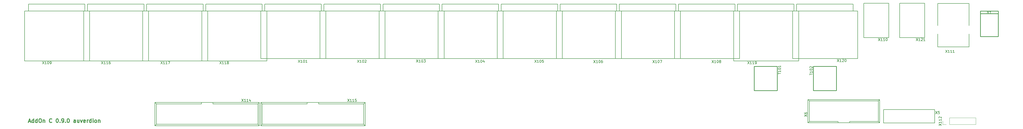
<source format=gto>
G04 #@! TF.GenerationSoftware,KiCad,Pcbnew,(5.1.0-0)*
G04 #@! TF.CreationDate,2020-01-08T22:44:41+01:00*
G04 #@! TF.ProjectId,AddOnC,4164644f-6e43-42e6-9b69-6361645f7063,rev?*
G04 #@! TF.SameCoordinates,Original*
G04 #@! TF.FileFunction,Legend,Top*
G04 #@! TF.FilePolarity,Positive*
%FSLAX46Y46*%
G04 Gerber Fmt 4.6, Leading zero omitted, Abs format (unit mm)*
G04 Created by KiCad (PCBNEW (5.1.0-0)) date 2020-01-08 22:44:41*
%MOMM*%
%LPD*%
G04 APERTURE LIST*
%ADD10C,0.300000*%
%ADD11C,0.120000*%
%ADD12C,0.150000*%
%ADD13C,0.254000*%
G04 APERTURE END LIST*
D10*
X-82928571Y46750000D02*
X-82214285Y46750000D01*
X-83071428Y46321428D02*
X-82571428Y47821428D01*
X-82071428Y46321428D01*
X-80928571Y46321428D02*
X-80928571Y47821428D01*
X-80928571Y46392857D02*
X-81071428Y46321428D01*
X-81357142Y46321428D01*
X-81500000Y46392857D01*
X-81571428Y46464285D01*
X-81642857Y46607142D01*
X-81642857Y47035714D01*
X-81571428Y47178571D01*
X-81500000Y47250000D01*
X-81357142Y47321428D01*
X-81071428Y47321428D01*
X-80928571Y47250000D01*
X-79571428Y46321428D02*
X-79571428Y47821428D01*
X-79571428Y46392857D02*
X-79714285Y46321428D01*
X-80000000Y46321428D01*
X-80142857Y46392857D01*
X-80214285Y46464285D01*
X-80285714Y46607142D01*
X-80285714Y47035714D01*
X-80214285Y47178571D01*
X-80142857Y47250000D01*
X-80000000Y47321428D01*
X-79714285Y47321428D01*
X-79571428Y47250000D01*
X-78571428Y47821428D02*
X-78285714Y47821428D01*
X-78142857Y47750000D01*
X-78000000Y47607142D01*
X-77928571Y47321428D01*
X-77928571Y46821428D01*
X-78000000Y46535714D01*
X-78142857Y46392857D01*
X-78285714Y46321428D01*
X-78571428Y46321428D01*
X-78714285Y46392857D01*
X-78857142Y46535714D01*
X-78928571Y46821428D01*
X-78928571Y47321428D01*
X-78857142Y47607142D01*
X-78714285Y47750000D01*
X-78571428Y47821428D01*
X-77285714Y47321428D02*
X-77285714Y46321428D01*
X-77285714Y47178571D02*
X-77214285Y47250000D01*
X-77071428Y47321428D01*
X-76857142Y47321428D01*
X-76714285Y47250000D01*
X-76642857Y47107142D01*
X-76642857Y46321428D01*
X-73928571Y46464285D02*
X-74000000Y46392857D01*
X-74214285Y46321428D01*
X-74357142Y46321428D01*
X-74571428Y46392857D01*
X-74714285Y46535714D01*
X-74785714Y46678571D01*
X-74857142Y46964285D01*
X-74857142Y47178571D01*
X-74785714Y47464285D01*
X-74714285Y47607142D01*
X-74571428Y47750000D01*
X-74357142Y47821428D01*
X-74214285Y47821428D01*
X-74000000Y47750000D01*
X-73928571Y47678571D01*
X-71857142Y47821428D02*
X-71714285Y47821428D01*
X-71571428Y47750000D01*
X-71500000Y47678571D01*
X-71428571Y47535714D01*
X-71357142Y47250000D01*
X-71357142Y46892857D01*
X-71428571Y46607142D01*
X-71500000Y46464285D01*
X-71571428Y46392857D01*
X-71714285Y46321428D01*
X-71857142Y46321428D01*
X-72000000Y46392857D01*
X-72071428Y46464285D01*
X-72142857Y46607142D01*
X-72214285Y46892857D01*
X-72214285Y47250000D01*
X-72142857Y47535714D01*
X-72071428Y47678571D01*
X-72000000Y47750000D01*
X-71857142Y47821428D01*
X-70714285Y46464285D02*
X-70642857Y46392857D01*
X-70714285Y46321428D01*
X-70785714Y46392857D01*
X-70714285Y46464285D01*
X-70714285Y46321428D01*
X-69928571Y46321428D02*
X-69642857Y46321428D01*
X-69500000Y46392857D01*
X-69428571Y46464285D01*
X-69285714Y46678571D01*
X-69214285Y46964285D01*
X-69214285Y47535714D01*
X-69285714Y47678571D01*
X-69357142Y47750000D01*
X-69500000Y47821428D01*
X-69785714Y47821428D01*
X-69928571Y47750000D01*
X-70000000Y47678571D01*
X-70071428Y47535714D01*
X-70071428Y47178571D01*
X-70000000Y47035714D01*
X-69928571Y46964285D01*
X-69785714Y46892857D01*
X-69500000Y46892857D01*
X-69357142Y46964285D01*
X-69285714Y47035714D01*
X-69214285Y47178571D01*
X-68571428Y46464285D02*
X-68500000Y46392857D01*
X-68571428Y46321428D01*
X-68642857Y46392857D01*
X-68571428Y46464285D01*
X-68571428Y46321428D01*
X-67571428Y47821428D02*
X-67428571Y47821428D01*
X-67285714Y47750000D01*
X-67214285Y47678571D01*
X-67142857Y47535714D01*
X-67071428Y47250000D01*
X-67071428Y46892857D01*
X-67142857Y46607142D01*
X-67214285Y46464285D01*
X-67285714Y46392857D01*
X-67428571Y46321428D01*
X-67571428Y46321428D01*
X-67714285Y46392857D01*
X-67785714Y46464285D01*
X-67857142Y46607142D01*
X-67928571Y46892857D01*
X-67928571Y47250000D01*
X-67857142Y47535714D01*
X-67785714Y47678571D01*
X-67714285Y47750000D01*
X-67571428Y47821428D01*
X-64642857Y46321428D02*
X-64642857Y47107142D01*
X-64714285Y47250000D01*
X-64857142Y47321428D01*
X-65142857Y47321428D01*
X-65285714Y47250000D01*
X-64642857Y46392857D02*
X-64785714Y46321428D01*
X-65142857Y46321428D01*
X-65285714Y46392857D01*
X-65357142Y46535714D01*
X-65357142Y46678571D01*
X-65285714Y46821428D01*
X-65142857Y46892857D01*
X-64785714Y46892857D01*
X-64642857Y46964285D01*
X-63285714Y47321428D02*
X-63285714Y46321428D01*
X-63928571Y47321428D02*
X-63928571Y46535714D01*
X-63857142Y46392857D01*
X-63714285Y46321428D01*
X-63500000Y46321428D01*
X-63357142Y46392857D01*
X-63285714Y46464285D01*
X-62714285Y47321428D02*
X-62357142Y46321428D01*
X-62000000Y47321428D01*
X-60857142Y46392857D02*
X-61000000Y46321428D01*
X-61285714Y46321428D01*
X-61428571Y46392857D01*
X-61500000Y46535714D01*
X-61500000Y47107142D01*
X-61428571Y47250000D01*
X-61285714Y47321428D01*
X-61000000Y47321428D01*
X-60857142Y47250000D01*
X-60785714Y47107142D01*
X-60785714Y46964285D01*
X-61500000Y46821428D01*
X-60142857Y46321428D02*
X-60142857Y47321428D01*
X-60142857Y47035714D02*
X-60071428Y47178571D01*
X-60000000Y47250000D01*
X-59857142Y47321428D01*
X-59714285Y47321428D01*
X-58571428Y46321428D02*
X-58571428Y47821428D01*
X-58571428Y46392857D02*
X-58714285Y46321428D01*
X-59000000Y46321428D01*
X-59142857Y46392857D01*
X-59214285Y46464285D01*
X-59285714Y46607142D01*
X-59285714Y47035714D01*
X-59214285Y47178571D01*
X-59142857Y47250000D01*
X-59000000Y47321428D01*
X-58714285Y47321428D01*
X-58571428Y47250000D01*
X-57857142Y46321428D02*
X-57857142Y47321428D01*
X-57857142Y47821428D02*
X-57928571Y47750000D01*
X-57857142Y47678571D01*
X-57785714Y47750000D01*
X-57857142Y47821428D01*
X-57857142Y47678571D01*
X-56928571Y46321428D02*
X-57071428Y46392857D01*
X-57142857Y46464285D01*
X-57214285Y46607142D01*
X-57214285Y47035714D01*
X-57142857Y47178571D01*
X-57071428Y47250000D01*
X-56928571Y47321428D01*
X-56714285Y47321428D01*
X-56571428Y47250000D01*
X-56500000Y47178571D01*
X-56428571Y47035714D01*
X-56428571Y46607142D01*
X-56500000Y46464285D01*
X-56571428Y46392857D01*
X-56714285Y46321428D01*
X-56928571Y46321428D01*
X-55785714Y47321428D02*
X-55785714Y46321428D01*
X-55785714Y47178571D02*
X-55714285Y47250000D01*
X-55571428Y47321428D01*
X-55357142Y47321428D01*
X-55214285Y47250000D01*
X-55142857Y47107142D01*
X-55142857Y46321428D01*
D11*
X272930000Y45570000D02*
X272930000Y46900000D01*
X274260000Y45570000D02*
X272930000Y45570000D01*
X275530000Y45570000D02*
X275530000Y48230000D01*
X275530000Y48230000D02*
X285750000Y48230000D01*
X275530000Y45570000D02*
X285750000Y45570000D01*
X285750000Y45570000D02*
X285750000Y48230000D01*
D12*
X283096000Y75968000D02*
X270904000Y75968000D01*
X270904000Y92986000D02*
X283096000Y92986000D01*
X270904000Y75968000D02*
X270904000Y81048000D01*
X270904000Y84350000D02*
X270904000Y92986000D01*
X283096000Y75968000D02*
X283096000Y81048000D01*
X283096000Y84350000D02*
X283096000Y92986000D01*
X256150000Y79610000D02*
X265850000Y79610000D01*
X265850000Y79610000D02*
X265850000Y93110000D01*
X265850000Y93100000D02*
X256150000Y93100000D01*
X256150000Y93110000D02*
X256150000Y79610000D01*
X214500000Y90000000D02*
X214500000Y71400000D01*
X214500000Y71400000D02*
X239800000Y71400000D01*
X239800000Y71400000D02*
X239800000Y90000000D01*
X239800000Y90000000D02*
X214500000Y90000000D01*
X216000000Y90000000D02*
X216000000Y92700000D01*
X216000000Y92700000D02*
X238000000Y92700000D01*
X238000000Y92700000D02*
X238000000Y90000000D01*
X191500000Y90000000D02*
X191500000Y70500000D01*
X191500000Y70500000D02*
X216800000Y70500000D01*
X216800000Y70500000D02*
X216800000Y90000000D01*
X216800000Y90000000D02*
X191500000Y90000000D01*
X193000000Y90000000D02*
X193000000Y92700000D01*
X193000000Y92700000D02*
X215000000Y92700000D01*
X215000000Y92700000D02*
X215000000Y90000000D01*
D13*
X222500000Y58840000D02*
X231500000Y58840000D01*
X231500000Y58840000D02*
X231500000Y68360000D01*
X231500000Y68360000D02*
X222500000Y68360000D01*
X222500000Y68360000D02*
X222500000Y58840000D01*
X208500000Y68360000D02*
X199500000Y68360000D01*
X199500000Y68360000D02*
X199500000Y58840000D01*
X199500000Y58840000D02*
X208500000Y58840000D01*
X208500000Y58840000D02*
X208500000Y68360000D01*
D12*
X-15500000Y90000000D02*
X-15500000Y70500000D01*
X-15500000Y70500000D02*
X9800000Y70500000D01*
X9800000Y70500000D02*
X9800000Y90000000D01*
X9800000Y90000000D02*
X-15500000Y90000000D01*
X-14000000Y90000000D02*
X-14000000Y92700000D01*
X-14000000Y92700000D02*
X8000000Y92700000D01*
X8000000Y92700000D02*
X8000000Y90000000D01*
X-38500000Y90000000D02*
X-38500000Y70500000D01*
X-38500000Y70500000D02*
X-13200000Y70500000D01*
X-13200000Y70500000D02*
X-13200000Y90000000D01*
X-13200000Y90000000D02*
X-38500000Y90000000D01*
X-37000000Y90000000D02*
X-37000000Y92700000D01*
X-37000000Y92700000D02*
X-15000000Y92700000D01*
X-15000000Y92700000D02*
X-15000000Y90000000D01*
X-61500000Y90000000D02*
X-61500000Y70500000D01*
X-61500000Y70500000D02*
X-36200000Y70500000D01*
X-36200000Y70500000D02*
X-36200000Y90000000D01*
X-36200000Y90000000D02*
X-61500000Y90000000D01*
X-60000000Y90000000D02*
X-60000000Y92700000D01*
X-60000000Y92700000D02*
X-38000000Y92700000D01*
X-38000000Y92700000D02*
X-38000000Y90000000D01*
X-84500000Y90000000D02*
X-84500000Y70500000D01*
X-84500000Y70500000D02*
X-59200000Y70500000D01*
X-59200000Y70500000D02*
X-59200000Y90000000D01*
X-59200000Y90000000D02*
X-84500000Y90000000D01*
X-83000000Y90000000D02*
X-83000000Y92700000D01*
X-83000000Y92700000D02*
X-61000000Y92700000D01*
X-61000000Y92700000D02*
X-61000000Y90000000D01*
X168500000Y90000000D02*
X168500000Y71400000D01*
X168500000Y71400000D02*
X193800000Y71400000D01*
X193800000Y71400000D02*
X193800000Y90000000D01*
X193800000Y90000000D02*
X168500000Y90000000D01*
X170000000Y90000000D02*
X170000000Y92700000D01*
X170000000Y92700000D02*
X192000000Y92700000D01*
X192000000Y92700000D02*
X192000000Y90000000D01*
X145500000Y90000000D02*
X145500000Y71400000D01*
X145500000Y71400000D02*
X170800000Y71400000D01*
X170800000Y71400000D02*
X170800000Y90000000D01*
X170800000Y90000000D02*
X145500000Y90000000D01*
X147000000Y90000000D02*
X147000000Y92700000D01*
X147000000Y92700000D02*
X169000000Y92700000D01*
X169000000Y92700000D02*
X169000000Y90000000D01*
X122500000Y90000000D02*
X122500000Y71400000D01*
X122500000Y71400000D02*
X147800000Y71400000D01*
X147800000Y71400000D02*
X147800000Y90000000D01*
X147800000Y90000000D02*
X122500000Y90000000D01*
X124000000Y90000000D02*
X124000000Y92700000D01*
X124000000Y92700000D02*
X146000000Y92700000D01*
X146000000Y92700000D02*
X146000000Y90000000D01*
X99500000Y90000000D02*
X99500000Y71400000D01*
X99500000Y71400000D02*
X124800000Y71400000D01*
X124800000Y71400000D02*
X124800000Y90000000D01*
X124800000Y90000000D02*
X99500000Y90000000D01*
X101000000Y90000000D02*
X101000000Y92700000D01*
X101000000Y92700000D02*
X123000000Y92700000D01*
X123000000Y92700000D02*
X123000000Y90000000D01*
X76500000Y90000000D02*
X76500000Y71400000D01*
X76500000Y71400000D02*
X101800000Y71400000D01*
X101800000Y71400000D02*
X101800000Y90000000D01*
X101800000Y90000000D02*
X76500000Y90000000D01*
X78000000Y90000000D02*
X78000000Y92700000D01*
X78000000Y92700000D02*
X100000000Y92700000D01*
X100000000Y92700000D02*
X100000000Y90000000D01*
X53500000Y90000000D02*
X53500000Y71400000D01*
X53500000Y71400000D02*
X78800000Y71400000D01*
X78800000Y71400000D02*
X78800000Y90000000D01*
X78800000Y90000000D02*
X53500000Y90000000D01*
X55000000Y90000000D02*
X55000000Y92700000D01*
X55000000Y92700000D02*
X77000000Y92700000D01*
X77000000Y92700000D02*
X77000000Y90000000D01*
X30500000Y90000000D02*
X30500000Y71400000D01*
X30500000Y71400000D02*
X55800000Y71400000D01*
X55800000Y71400000D02*
X55800000Y90000000D01*
X55800000Y90000000D02*
X30500000Y90000000D01*
X32000000Y90000000D02*
X32000000Y92700000D01*
X32000000Y92700000D02*
X54000000Y92700000D01*
X54000000Y92700000D02*
X54000000Y90000000D01*
X7500000Y90000000D02*
X7500000Y71400000D01*
X7500000Y71400000D02*
X32800000Y71400000D01*
X32800000Y71400000D02*
X32800000Y90000000D01*
X32800000Y90000000D02*
X7500000Y90000000D01*
X9000000Y90000000D02*
X9000000Y92700000D01*
X9000000Y92700000D02*
X31000000Y92700000D01*
X31000000Y92700000D02*
X31000000Y90000000D01*
X248360000Y46220000D02*
X247800000Y46770000D01*
X220420000Y46220000D02*
X220960000Y46770000D01*
X248360000Y55320000D02*
X247800000Y54770000D01*
X220420000Y55320000D02*
X220960000Y54770000D01*
X247800000Y54770000D02*
X247800000Y46770000D01*
X248360000Y55320000D02*
X248360000Y46220000D01*
X220960000Y54770000D02*
X220960000Y46770000D01*
X220420000Y55320000D02*
X220420000Y46220000D01*
X236640000Y46770000D02*
X236640000Y46220000D01*
X232140000Y46770000D02*
X232140000Y46220000D01*
X236640000Y46770000D02*
X247800000Y46770000D01*
X220960000Y46770000D02*
X232140000Y46770000D01*
X220420000Y46220000D02*
X248360000Y46220000D01*
X220960000Y54770000D02*
X247800000Y54770000D01*
X220420000Y55320000D02*
X248360000Y55320000D01*
X242150000Y79610000D02*
X251850000Y79610000D01*
X251850000Y79610000D02*
X251850000Y93110000D01*
X251850000Y93100000D02*
X242150000Y93100000D01*
X242150000Y93110000D02*
X242150000Y79610000D01*
X-33760000Y54180000D02*
X-33200000Y53630000D01*
X6880000Y54180000D02*
X6340000Y53630000D01*
X-33760000Y45080000D02*
X-33200000Y45630000D01*
X6880000Y45080000D02*
X6340000Y45630000D01*
X-33200000Y45630000D02*
X-33200000Y53630000D01*
X-33760000Y45080000D02*
X-33760000Y54180000D01*
X6340000Y45630000D02*
X6340000Y53630000D01*
X6880000Y45080000D02*
X6880000Y54180000D01*
X-15690000Y53630000D02*
X-15690000Y54180000D01*
X-11190000Y53630000D02*
X-11190000Y54180000D01*
X-15690000Y53630000D02*
X-33200000Y53630000D01*
X6340000Y53630000D02*
X-11190000Y53630000D01*
X6880000Y54180000D02*
X-33760000Y54180000D01*
X6340000Y45630000D02*
X-33200000Y45630000D01*
X6880000Y45080000D02*
X-33760000Y45080000D01*
X48080000Y45080000D02*
X7440000Y45080000D01*
X47540000Y45630000D02*
X8000000Y45630000D01*
X48080000Y54180000D02*
X7440000Y54180000D01*
X47540000Y53630000D02*
X30010000Y53630000D01*
X25510000Y53630000D02*
X8000000Y53630000D01*
X30010000Y53630000D02*
X30010000Y54180000D01*
X25510000Y53630000D02*
X25510000Y54180000D01*
X48080000Y45080000D02*
X48080000Y54180000D01*
X47540000Y45630000D02*
X47540000Y53630000D01*
X7440000Y45080000D02*
X7440000Y54180000D01*
X8000000Y45630000D02*
X8000000Y53630000D01*
X48080000Y45080000D02*
X47540000Y45630000D01*
X7440000Y45080000D02*
X8000000Y45630000D01*
X48080000Y54180000D02*
X47540000Y53630000D01*
X7440000Y54180000D02*
X8000000Y53630000D01*
X249870000Y46200000D02*
X249870000Y51400000D01*
X269730000Y46200000D02*
X249870000Y46200000D01*
X269730000Y51400000D02*
X269730000Y46200000D01*
X249870000Y51400000D02*
X269730000Y51400000D01*
D13*
X287500000Y90000000D02*
X287500000Y80000000D01*
X287500000Y80000000D02*
X294500000Y80000000D01*
X294500000Y80000000D02*
X294500000Y90000000D01*
X294500000Y90000000D02*
X287500000Y90000000D01*
X287500000Y89000000D02*
X294500000Y89000000D01*
D12*
X271382380Y45138095D02*
X272382380Y45804761D01*
X271382380Y45804761D02*
X272382380Y45138095D01*
X272382380Y46709523D02*
X272382380Y46138095D01*
X272382380Y46423809D02*
X271382380Y46423809D01*
X271525238Y46328571D01*
X271620476Y46233333D01*
X271668095Y46138095D01*
X272382380Y47661904D02*
X272382380Y47090476D01*
X272382380Y47376190D02*
X271382380Y47376190D01*
X271525238Y47280952D01*
X271620476Y47185714D01*
X271668095Y47090476D01*
X271477619Y48042857D02*
X271430000Y48090476D01*
X271382380Y48185714D01*
X271382380Y48423809D01*
X271430000Y48519047D01*
X271477619Y48566666D01*
X271572857Y48614285D01*
X271668095Y48614285D01*
X271810952Y48566666D01*
X272382380Y47995238D01*
X272382380Y48614285D01*
X273968095Y74737619D02*
X274634761Y73737619D01*
X274634761Y74737619D02*
X273968095Y73737619D01*
X275539523Y73737619D02*
X274968095Y73737619D01*
X275253809Y73737619D02*
X275253809Y74737619D01*
X275158571Y74594761D01*
X275063333Y74499523D01*
X274968095Y74451904D01*
X276491904Y73737619D02*
X275920476Y73737619D01*
X276206190Y73737619D02*
X276206190Y74737619D01*
X276110952Y74594761D01*
X276015714Y74499523D01*
X275920476Y74451904D01*
X277444285Y73737619D02*
X276872857Y73737619D01*
X277158571Y73737619D02*
X277158571Y74737619D01*
X277063333Y74594761D01*
X276968095Y74499523D01*
X276872857Y74451904D01*
X262538095Y79347619D02*
X263204761Y78347619D01*
X263204761Y79347619D02*
X262538095Y78347619D01*
X264109523Y78347619D02*
X263538095Y78347619D01*
X263823809Y78347619D02*
X263823809Y79347619D01*
X263728571Y79204761D01*
X263633333Y79109523D01*
X263538095Y79061904D01*
X264490476Y79252380D02*
X264538095Y79300000D01*
X264633333Y79347619D01*
X264871428Y79347619D01*
X264966666Y79300000D01*
X265014285Y79252380D01*
X265061904Y79157142D01*
X265061904Y79061904D01*
X265014285Y78919047D01*
X264442857Y78347619D01*
X265061904Y78347619D01*
X266014285Y78347619D02*
X265442857Y78347619D01*
X265728571Y78347619D02*
X265728571Y79347619D01*
X265633333Y79204761D01*
X265538095Y79109523D01*
X265442857Y79061904D01*
X231838095Y71147619D02*
X232504761Y70147619D01*
X232504761Y71147619D02*
X231838095Y70147619D01*
X233409523Y70147619D02*
X232838095Y70147619D01*
X233123809Y70147619D02*
X233123809Y71147619D01*
X233028571Y71004761D01*
X232933333Y70909523D01*
X232838095Y70861904D01*
X233790476Y71052380D02*
X233838095Y71100000D01*
X233933333Y71147619D01*
X234171428Y71147619D01*
X234266666Y71100000D01*
X234314285Y71052380D01*
X234361904Y70957142D01*
X234361904Y70861904D01*
X234314285Y70719047D01*
X233742857Y70147619D01*
X234361904Y70147619D01*
X234980952Y71147619D02*
X235076190Y71147619D01*
X235171428Y71100000D01*
X235219047Y71052380D01*
X235266666Y70957142D01*
X235314285Y70766666D01*
X235314285Y70528571D01*
X235266666Y70338095D01*
X235219047Y70242857D01*
X235171428Y70195238D01*
X235076190Y70147619D01*
X234980952Y70147619D01*
X234885714Y70195238D01*
X234838095Y70242857D01*
X234790476Y70338095D01*
X234742857Y70528571D01*
X234742857Y70766666D01*
X234790476Y70957142D01*
X234838095Y71052380D01*
X234885714Y71100000D01*
X234980952Y71147619D01*
X196938095Y70247619D02*
X197604761Y69247619D01*
X197604761Y70247619D02*
X196938095Y69247619D01*
X198509523Y69247619D02*
X197938095Y69247619D01*
X198223809Y69247619D02*
X198223809Y70247619D01*
X198128571Y70104761D01*
X198033333Y70009523D01*
X197938095Y69961904D01*
X199461904Y69247619D02*
X198890476Y69247619D01*
X199176190Y69247619D02*
X199176190Y70247619D01*
X199080952Y70104761D01*
X198985714Y70009523D01*
X198890476Y69961904D01*
X199938095Y69247619D02*
X200128571Y69247619D01*
X200223809Y69295238D01*
X200271428Y69342857D01*
X200366666Y69485714D01*
X200414285Y69676190D01*
X200414285Y70057142D01*
X200366666Y70152380D01*
X200319047Y70200000D01*
X200223809Y70247619D01*
X200033333Y70247619D01*
X199938095Y70200000D01*
X199890476Y70152380D01*
X199842857Y70057142D01*
X199842857Y69819047D01*
X199890476Y69723809D01*
X199938095Y69676190D01*
X200033333Y69628571D01*
X200223809Y69628571D01*
X200319047Y69676190D01*
X200366666Y69723809D01*
X200414285Y69819047D01*
X221152380Y64985714D02*
X221152380Y65557142D01*
X222152380Y65271428D02*
X221152380Y65271428D01*
X222152380Y66414285D02*
X222152380Y65842857D01*
X222152380Y66128571D02*
X221152380Y66128571D01*
X221295238Y66033333D01*
X221390476Y65938095D01*
X221438095Y65842857D01*
X221152380Y67033333D02*
X221152380Y67128571D01*
X221200000Y67223809D01*
X221247619Y67271428D01*
X221342857Y67319047D01*
X221533333Y67366666D01*
X221771428Y67366666D01*
X221961904Y67319047D01*
X222057142Y67271428D01*
X222104761Y67223809D01*
X222152380Y67128571D01*
X222152380Y67033333D01*
X222104761Y66938095D01*
X222057142Y66890476D01*
X221961904Y66842857D01*
X221771428Y66795238D01*
X221533333Y66795238D01*
X221342857Y66842857D01*
X221247619Y66890476D01*
X221200000Y66938095D01*
X221152380Y67033333D01*
X221247619Y67747619D02*
X221200000Y67795238D01*
X221152380Y67890476D01*
X221152380Y68128571D01*
X221200000Y68223809D01*
X221247619Y68271428D01*
X221342857Y68319047D01*
X221438095Y68319047D01*
X221580952Y68271428D01*
X222152380Y67700000D01*
X222152380Y68319047D01*
X208852380Y65285714D02*
X208852380Y65857142D01*
X209852380Y65571428D02*
X208852380Y65571428D01*
X209852380Y66714285D02*
X209852380Y66142857D01*
X209852380Y66428571D02*
X208852380Y66428571D01*
X208995238Y66333333D01*
X209090476Y66238095D01*
X209138095Y66142857D01*
X208852380Y67333333D02*
X208852380Y67428571D01*
X208900000Y67523809D01*
X208947619Y67571428D01*
X209042857Y67619047D01*
X209233333Y67666666D01*
X209471428Y67666666D01*
X209661904Y67619047D01*
X209757142Y67571428D01*
X209804761Y67523809D01*
X209852380Y67428571D01*
X209852380Y67333333D01*
X209804761Y67238095D01*
X209757142Y67190476D01*
X209661904Y67142857D01*
X209471428Y67095238D01*
X209233333Y67095238D01*
X209042857Y67142857D01*
X208947619Y67190476D01*
X208900000Y67238095D01*
X208852380Y67333333D01*
X209852380Y68619047D02*
X209852380Y68047619D01*
X209852380Y68333333D02*
X208852380Y68333333D01*
X208995238Y68238095D01*
X209090476Y68142857D01*
X209138095Y68047619D01*
X-8561904Y70247619D02*
X-7895238Y69247619D01*
X-7895238Y70247619D02*
X-8561904Y69247619D01*
X-6990476Y69247619D02*
X-7561904Y69247619D01*
X-7276190Y69247619D02*
X-7276190Y70247619D01*
X-7371428Y70104761D01*
X-7466666Y70009523D01*
X-7561904Y69961904D01*
X-6038095Y69247619D02*
X-6609523Y69247619D01*
X-6323809Y69247619D02*
X-6323809Y70247619D01*
X-6419047Y70104761D01*
X-6514285Y70009523D01*
X-6609523Y69961904D01*
X-5466666Y69819047D02*
X-5561904Y69866666D01*
X-5609523Y69914285D01*
X-5657142Y70009523D01*
X-5657142Y70057142D01*
X-5609523Y70152380D01*
X-5561904Y70200000D01*
X-5466666Y70247619D01*
X-5276190Y70247619D01*
X-5180952Y70200000D01*
X-5133333Y70152380D01*
X-5085714Y70057142D01*
X-5085714Y70009523D01*
X-5133333Y69914285D01*
X-5180952Y69866666D01*
X-5276190Y69819047D01*
X-5466666Y69819047D01*
X-5561904Y69771428D01*
X-5609523Y69723809D01*
X-5657142Y69628571D01*
X-5657142Y69438095D01*
X-5609523Y69342857D01*
X-5561904Y69295238D01*
X-5466666Y69247619D01*
X-5276190Y69247619D01*
X-5180952Y69295238D01*
X-5133333Y69342857D01*
X-5085714Y69438095D01*
X-5085714Y69628571D01*
X-5133333Y69723809D01*
X-5180952Y69771428D01*
X-5276190Y69819047D01*
X-31461904Y70247619D02*
X-30795238Y69247619D01*
X-30795238Y70247619D02*
X-31461904Y69247619D01*
X-29890476Y69247619D02*
X-30461904Y69247619D01*
X-30176190Y69247619D02*
X-30176190Y70247619D01*
X-30271428Y70104761D01*
X-30366666Y70009523D01*
X-30461904Y69961904D01*
X-28938095Y69247619D02*
X-29509523Y69247619D01*
X-29223809Y69247619D02*
X-29223809Y70247619D01*
X-29319047Y70104761D01*
X-29414285Y70009523D01*
X-29509523Y69961904D01*
X-28604761Y70247619D02*
X-27938095Y70247619D01*
X-28366666Y69247619D01*
X-54561904Y70247619D02*
X-53895238Y69247619D01*
X-53895238Y70247619D02*
X-54561904Y69247619D01*
X-52990476Y69247619D02*
X-53561904Y69247619D01*
X-53276190Y69247619D02*
X-53276190Y70247619D01*
X-53371428Y70104761D01*
X-53466666Y70009523D01*
X-53561904Y69961904D01*
X-52038095Y69247619D02*
X-52609523Y69247619D01*
X-52323809Y69247619D02*
X-52323809Y70247619D01*
X-52419047Y70104761D01*
X-52514285Y70009523D01*
X-52609523Y69961904D01*
X-51180952Y70247619D02*
X-51371428Y70247619D01*
X-51466666Y70200000D01*
X-51514285Y70152380D01*
X-51609523Y70009523D01*
X-51657142Y69819047D01*
X-51657142Y69438095D01*
X-51609523Y69342857D01*
X-51561904Y69295238D01*
X-51466666Y69247619D01*
X-51276190Y69247619D01*
X-51180952Y69295238D01*
X-51133333Y69342857D01*
X-51085714Y69438095D01*
X-51085714Y69676190D01*
X-51133333Y69771428D01*
X-51180952Y69819047D01*
X-51276190Y69866666D01*
X-51466666Y69866666D01*
X-51561904Y69819047D01*
X-51609523Y69771428D01*
X-51657142Y69676190D01*
X-77561904Y70247619D02*
X-76895238Y69247619D01*
X-76895238Y70247619D02*
X-77561904Y69247619D01*
X-75990476Y69247619D02*
X-76561904Y69247619D01*
X-76276190Y69247619D02*
X-76276190Y70247619D01*
X-76371428Y70104761D01*
X-76466666Y70009523D01*
X-76561904Y69961904D01*
X-75371428Y70247619D02*
X-75276190Y70247619D01*
X-75180952Y70200000D01*
X-75133333Y70152380D01*
X-75085714Y70057142D01*
X-75038095Y69866666D01*
X-75038095Y69628571D01*
X-75085714Y69438095D01*
X-75133333Y69342857D01*
X-75180952Y69295238D01*
X-75276190Y69247619D01*
X-75371428Y69247619D01*
X-75466666Y69295238D01*
X-75514285Y69342857D01*
X-75561904Y69438095D01*
X-75609523Y69628571D01*
X-75609523Y69866666D01*
X-75561904Y70057142D01*
X-75514285Y70152380D01*
X-75466666Y70200000D01*
X-75371428Y70247619D01*
X-74561904Y69247619D02*
X-74371428Y69247619D01*
X-74276190Y69295238D01*
X-74228571Y69342857D01*
X-74133333Y69485714D01*
X-74085714Y69676190D01*
X-74085714Y70057142D01*
X-74133333Y70152380D01*
X-74180952Y70200000D01*
X-74276190Y70247619D01*
X-74466666Y70247619D01*
X-74561904Y70200000D01*
X-74609523Y70152380D01*
X-74657142Y70057142D01*
X-74657142Y69819047D01*
X-74609523Y69723809D01*
X-74561904Y69676190D01*
X-74466666Y69628571D01*
X-74276190Y69628571D01*
X-74180952Y69676190D01*
X-74133333Y69723809D01*
X-74085714Y69819047D01*
X183038095Y70747619D02*
X183704761Y69747619D01*
X183704761Y70747619D02*
X183038095Y69747619D01*
X184609523Y69747619D02*
X184038095Y69747619D01*
X184323809Y69747619D02*
X184323809Y70747619D01*
X184228571Y70604761D01*
X184133333Y70509523D01*
X184038095Y70461904D01*
X185228571Y70747619D02*
X185323809Y70747619D01*
X185419047Y70700000D01*
X185466666Y70652380D01*
X185514285Y70557142D01*
X185561904Y70366666D01*
X185561904Y70128571D01*
X185514285Y69938095D01*
X185466666Y69842857D01*
X185419047Y69795238D01*
X185323809Y69747619D01*
X185228571Y69747619D01*
X185133333Y69795238D01*
X185085714Y69842857D01*
X185038095Y69938095D01*
X184990476Y70128571D01*
X184990476Y70366666D01*
X185038095Y70557142D01*
X185085714Y70652380D01*
X185133333Y70700000D01*
X185228571Y70747619D01*
X186133333Y70319047D02*
X186038095Y70366666D01*
X185990476Y70414285D01*
X185942857Y70509523D01*
X185942857Y70557142D01*
X185990476Y70652380D01*
X186038095Y70700000D01*
X186133333Y70747619D01*
X186323809Y70747619D01*
X186419047Y70700000D01*
X186466666Y70652380D01*
X186514285Y70557142D01*
X186514285Y70509523D01*
X186466666Y70414285D01*
X186419047Y70366666D01*
X186323809Y70319047D01*
X186133333Y70319047D01*
X186038095Y70271428D01*
X185990476Y70223809D01*
X185942857Y70128571D01*
X185942857Y69938095D01*
X185990476Y69842857D01*
X186038095Y69795238D01*
X186133333Y69747619D01*
X186323809Y69747619D01*
X186419047Y69795238D01*
X186466666Y69842857D01*
X186514285Y69938095D01*
X186514285Y70128571D01*
X186466666Y70223809D01*
X186419047Y70271428D01*
X186323809Y70319047D01*
X160038095Y70747619D02*
X160704761Y69747619D01*
X160704761Y70747619D02*
X160038095Y69747619D01*
X161609523Y69747619D02*
X161038095Y69747619D01*
X161323809Y69747619D02*
X161323809Y70747619D01*
X161228571Y70604761D01*
X161133333Y70509523D01*
X161038095Y70461904D01*
X162228571Y70747619D02*
X162323809Y70747619D01*
X162419047Y70700000D01*
X162466666Y70652380D01*
X162514285Y70557142D01*
X162561904Y70366666D01*
X162561904Y70128571D01*
X162514285Y69938095D01*
X162466666Y69842857D01*
X162419047Y69795238D01*
X162323809Y69747619D01*
X162228571Y69747619D01*
X162133333Y69795238D01*
X162085714Y69842857D01*
X162038095Y69938095D01*
X161990476Y70128571D01*
X161990476Y70366666D01*
X162038095Y70557142D01*
X162085714Y70652380D01*
X162133333Y70700000D01*
X162228571Y70747619D01*
X162895238Y70747619D02*
X163561904Y70747619D01*
X163133333Y69747619D01*
X137038095Y70747619D02*
X137704761Y69747619D01*
X137704761Y70747619D02*
X137038095Y69747619D01*
X138609523Y69747619D02*
X138038095Y69747619D01*
X138323809Y69747619D02*
X138323809Y70747619D01*
X138228571Y70604761D01*
X138133333Y70509523D01*
X138038095Y70461904D01*
X139228571Y70747619D02*
X139323809Y70747619D01*
X139419047Y70700000D01*
X139466666Y70652380D01*
X139514285Y70557142D01*
X139561904Y70366666D01*
X139561904Y70128571D01*
X139514285Y69938095D01*
X139466666Y69842857D01*
X139419047Y69795238D01*
X139323809Y69747619D01*
X139228571Y69747619D01*
X139133333Y69795238D01*
X139085714Y69842857D01*
X139038095Y69938095D01*
X138990476Y70128571D01*
X138990476Y70366666D01*
X139038095Y70557142D01*
X139085714Y70652380D01*
X139133333Y70700000D01*
X139228571Y70747619D01*
X140419047Y70747619D02*
X140228571Y70747619D01*
X140133333Y70700000D01*
X140085714Y70652380D01*
X139990476Y70509523D01*
X139942857Y70319047D01*
X139942857Y69938095D01*
X139990476Y69842857D01*
X140038095Y69795238D01*
X140133333Y69747619D01*
X140323809Y69747619D01*
X140419047Y69795238D01*
X140466666Y69842857D01*
X140514285Y69938095D01*
X140514285Y70176190D01*
X140466666Y70271428D01*
X140419047Y70319047D01*
X140323809Y70366666D01*
X140133333Y70366666D01*
X140038095Y70319047D01*
X139990476Y70271428D01*
X139942857Y70176190D01*
X114038095Y70847619D02*
X114704761Y69847619D01*
X114704761Y70847619D02*
X114038095Y69847619D01*
X115609523Y69847619D02*
X115038095Y69847619D01*
X115323809Y69847619D02*
X115323809Y70847619D01*
X115228571Y70704761D01*
X115133333Y70609523D01*
X115038095Y70561904D01*
X116228571Y70847619D02*
X116323809Y70847619D01*
X116419047Y70800000D01*
X116466666Y70752380D01*
X116514285Y70657142D01*
X116561904Y70466666D01*
X116561904Y70228571D01*
X116514285Y70038095D01*
X116466666Y69942857D01*
X116419047Y69895238D01*
X116323809Y69847619D01*
X116228571Y69847619D01*
X116133333Y69895238D01*
X116085714Y69942857D01*
X116038095Y70038095D01*
X115990476Y70228571D01*
X115990476Y70466666D01*
X116038095Y70657142D01*
X116085714Y70752380D01*
X116133333Y70800000D01*
X116228571Y70847619D01*
X117466666Y70847619D02*
X116990476Y70847619D01*
X116942857Y70371428D01*
X116990476Y70419047D01*
X117085714Y70466666D01*
X117323809Y70466666D01*
X117419047Y70419047D01*
X117466666Y70371428D01*
X117514285Y70276190D01*
X117514285Y70038095D01*
X117466666Y69942857D01*
X117419047Y69895238D01*
X117323809Y69847619D01*
X117085714Y69847619D01*
X116990476Y69895238D01*
X116942857Y69942857D01*
X91038095Y70847619D02*
X91704761Y69847619D01*
X91704761Y70847619D02*
X91038095Y69847619D01*
X92609523Y69847619D02*
X92038095Y69847619D01*
X92323809Y69847619D02*
X92323809Y70847619D01*
X92228571Y70704761D01*
X92133333Y70609523D01*
X92038095Y70561904D01*
X93228571Y70847619D02*
X93323809Y70847619D01*
X93419047Y70800000D01*
X93466666Y70752380D01*
X93514285Y70657142D01*
X93561904Y70466666D01*
X93561904Y70228571D01*
X93514285Y70038095D01*
X93466666Y69942857D01*
X93419047Y69895238D01*
X93323809Y69847619D01*
X93228571Y69847619D01*
X93133333Y69895238D01*
X93085714Y69942857D01*
X93038095Y70038095D01*
X92990476Y70228571D01*
X92990476Y70466666D01*
X93038095Y70657142D01*
X93085714Y70752380D01*
X93133333Y70800000D01*
X93228571Y70847619D01*
X94419047Y70514285D02*
X94419047Y69847619D01*
X94180952Y70895238D02*
X93942857Y70180952D01*
X94561904Y70180952D01*
X68038095Y70947619D02*
X68704761Y69947619D01*
X68704761Y70947619D02*
X68038095Y69947619D01*
X69609523Y69947619D02*
X69038095Y69947619D01*
X69323809Y69947619D02*
X69323809Y70947619D01*
X69228571Y70804761D01*
X69133333Y70709523D01*
X69038095Y70661904D01*
X70228571Y70947619D02*
X70323809Y70947619D01*
X70419047Y70900000D01*
X70466666Y70852380D01*
X70514285Y70757142D01*
X70561904Y70566666D01*
X70561904Y70328571D01*
X70514285Y70138095D01*
X70466666Y70042857D01*
X70419047Y69995238D01*
X70323809Y69947619D01*
X70228571Y69947619D01*
X70133333Y69995238D01*
X70085714Y70042857D01*
X70038095Y70138095D01*
X69990476Y70328571D01*
X69990476Y70566666D01*
X70038095Y70757142D01*
X70085714Y70852380D01*
X70133333Y70900000D01*
X70228571Y70947619D01*
X70895238Y70947619D02*
X71514285Y70947619D01*
X71180952Y70566666D01*
X71323809Y70566666D01*
X71419047Y70519047D01*
X71466666Y70471428D01*
X71514285Y70376190D01*
X71514285Y70138095D01*
X71466666Y70042857D01*
X71419047Y69995238D01*
X71323809Y69947619D01*
X71038095Y69947619D01*
X70942857Y69995238D01*
X70895238Y70042857D01*
X45038095Y70847619D02*
X45704761Y69847619D01*
X45704761Y70847619D02*
X45038095Y69847619D01*
X46609523Y69847619D02*
X46038095Y69847619D01*
X46323809Y69847619D02*
X46323809Y70847619D01*
X46228571Y70704761D01*
X46133333Y70609523D01*
X46038095Y70561904D01*
X47228571Y70847619D02*
X47323809Y70847619D01*
X47419047Y70800000D01*
X47466666Y70752380D01*
X47514285Y70657142D01*
X47561904Y70466666D01*
X47561904Y70228571D01*
X47514285Y70038095D01*
X47466666Y69942857D01*
X47419047Y69895238D01*
X47323809Y69847619D01*
X47228571Y69847619D01*
X47133333Y69895238D01*
X47085714Y69942857D01*
X47038095Y70038095D01*
X46990476Y70228571D01*
X46990476Y70466666D01*
X47038095Y70657142D01*
X47085714Y70752380D01*
X47133333Y70800000D01*
X47228571Y70847619D01*
X47942857Y70752380D02*
X47990476Y70800000D01*
X48085714Y70847619D01*
X48323809Y70847619D01*
X48419047Y70800000D01*
X48466666Y70752380D01*
X48514285Y70657142D01*
X48514285Y70561904D01*
X48466666Y70419047D01*
X47895238Y69847619D01*
X48514285Y69847619D01*
X22038095Y70847619D02*
X22704761Y69847619D01*
X22704761Y70847619D02*
X22038095Y69847619D01*
X23609523Y69847619D02*
X23038095Y69847619D01*
X23323809Y69847619D02*
X23323809Y70847619D01*
X23228571Y70704761D01*
X23133333Y70609523D01*
X23038095Y70561904D01*
X24228571Y70847619D02*
X24323809Y70847619D01*
X24419047Y70800000D01*
X24466666Y70752380D01*
X24514285Y70657142D01*
X24561904Y70466666D01*
X24561904Y70228571D01*
X24514285Y70038095D01*
X24466666Y69942857D01*
X24419047Y69895238D01*
X24323809Y69847619D01*
X24228571Y69847619D01*
X24133333Y69895238D01*
X24085714Y69942857D01*
X24038095Y70038095D01*
X23990476Y70228571D01*
X23990476Y70466666D01*
X24038095Y70657142D01*
X24085714Y70752380D01*
X24133333Y70800000D01*
X24228571Y70847619D01*
X25514285Y69847619D02*
X24942857Y69847619D01*
X25228571Y69847619D02*
X25228571Y70847619D01*
X25133333Y70704761D01*
X25038095Y70609523D01*
X24942857Y70561904D01*
X219052380Y48730476D02*
X220052380Y49397142D01*
X219052380Y49397142D02*
X220052380Y48730476D01*
X219052380Y50206666D02*
X219052380Y50016190D01*
X219100000Y49920952D01*
X219147619Y49873333D01*
X219290476Y49778095D01*
X219480952Y49730476D01*
X219861904Y49730476D01*
X219957142Y49778095D01*
X220004761Y49825714D01*
X220052380Y49920952D01*
X220052380Y50111428D01*
X220004761Y50206666D01*
X219957142Y50254285D01*
X219861904Y50301904D01*
X219623809Y50301904D01*
X219528571Y50254285D01*
X219480952Y50206666D01*
X219433333Y50111428D01*
X219433333Y49920952D01*
X219480952Y49825714D01*
X219528571Y49778095D01*
X219623809Y49730476D01*
X247838095Y79347619D02*
X248504761Y78347619D01*
X248504761Y79347619D02*
X247838095Y78347619D01*
X249409523Y78347619D02*
X248838095Y78347619D01*
X249123809Y78347619D02*
X249123809Y79347619D01*
X249028571Y79204761D01*
X248933333Y79109523D01*
X248838095Y79061904D01*
X250361904Y78347619D02*
X249790476Y78347619D01*
X250076190Y78347619D02*
X250076190Y79347619D01*
X249980952Y79204761D01*
X249885714Y79109523D01*
X249790476Y79061904D01*
X250980952Y79347619D02*
X251076190Y79347619D01*
X251171428Y79300000D01*
X251219047Y79252380D01*
X251266666Y79157142D01*
X251314285Y78966666D01*
X251314285Y78728571D01*
X251266666Y78538095D01*
X251219047Y78442857D01*
X251171428Y78395238D01*
X251076190Y78347619D01*
X250980952Y78347619D01*
X250885714Y78395238D01*
X250838095Y78442857D01*
X250790476Y78538095D01*
X250742857Y78728571D01*
X250742857Y78966666D01*
X250790476Y79157142D01*
X250838095Y79252380D01*
X250885714Y79300000D01*
X250980952Y79347619D01*
X38095Y55547619D02*
X704761Y54547619D01*
X704761Y55547619D02*
X38095Y54547619D01*
X1609523Y54547619D02*
X1038095Y54547619D01*
X1323809Y54547619D02*
X1323809Y55547619D01*
X1228571Y55404761D01*
X1133333Y55309523D01*
X1038095Y55261904D01*
X2561904Y54547619D02*
X1990476Y54547619D01*
X2276190Y54547619D02*
X2276190Y55547619D01*
X2180952Y55404761D01*
X2085714Y55309523D01*
X1990476Y55261904D01*
X3419047Y55214285D02*
X3419047Y54547619D01*
X3180952Y55595238D02*
X2942857Y54880952D01*
X3561904Y54880952D01*
X41238095Y55547619D02*
X41904761Y54547619D01*
X41904761Y55547619D02*
X41238095Y54547619D01*
X42809523Y54547619D02*
X42238095Y54547619D01*
X42523809Y54547619D02*
X42523809Y55547619D01*
X42428571Y55404761D01*
X42333333Y55309523D01*
X42238095Y55261904D01*
X43761904Y54547619D02*
X43190476Y54547619D01*
X43476190Y54547619D02*
X43476190Y55547619D01*
X43380952Y55404761D01*
X43285714Y55309523D01*
X43190476Y55261904D01*
X44666666Y55547619D02*
X44190476Y55547619D01*
X44142857Y55071428D01*
X44190476Y55119047D01*
X44285714Y55166666D01*
X44523809Y55166666D01*
X44619047Y55119047D01*
X44666666Y55071428D01*
X44714285Y54976190D01*
X44714285Y54738095D01*
X44666666Y54642857D01*
X44619047Y54595238D01*
X44523809Y54547619D01*
X44285714Y54547619D01*
X44190476Y54595238D01*
X44142857Y54642857D01*
X270090476Y50747619D02*
X270757142Y49747619D01*
X270757142Y50747619D02*
X270090476Y49747619D01*
X271614285Y50747619D02*
X271138095Y50747619D01*
X271090476Y50271428D01*
X271138095Y50319047D01*
X271233333Y50366666D01*
X271471428Y50366666D01*
X271566666Y50319047D01*
X271614285Y50271428D01*
X271661904Y50176190D01*
X271661904Y49938095D01*
X271614285Y49842857D01*
X271566666Y49795238D01*
X271471428Y49747619D01*
X271233333Y49747619D01*
X271138095Y49795238D01*
X271090476Y49842857D01*
X290595238Y89571428D02*
X290738095Y89523809D01*
X290785714Y89476190D01*
X290833333Y89380952D01*
X290833333Y89238095D01*
X290785714Y89142857D01*
X290738095Y89095238D01*
X290642857Y89047619D01*
X290261904Y89047619D01*
X290261904Y90047619D01*
X290595238Y90047619D01*
X290690476Y90000000D01*
X290738095Y89952380D01*
X290785714Y89857142D01*
X290785714Y89761904D01*
X290738095Y89666666D01*
X290690476Y89619047D01*
X290595238Y89571428D01*
X290261904Y89571428D01*
X291785714Y89047619D02*
X291214285Y89047619D01*
X291500000Y89047619D02*
X291500000Y90047619D01*
X291404761Y89904761D01*
X291309523Y89809523D01*
X291214285Y89761904D01*
M02*

</source>
